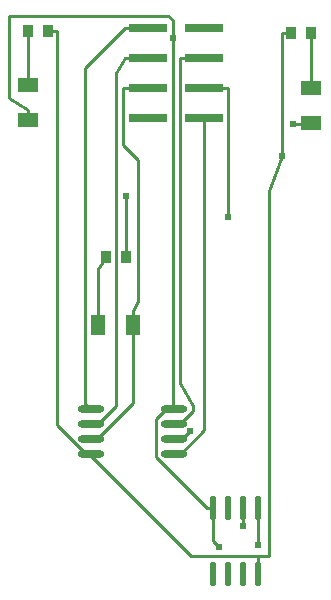
<source format=gtl>
G04 Layer: TopLayer*
G04 EasyEDA v6.5.40, 2024-02-16 10:36:59*
G04 cbf7a00361bd432e9e78a992b2a5909c,d07ef30ec77949ce8e11233ba57d236c,10*
G04 Gerber Generator version 0.2*
G04 Scale: 100 percent, Rotated: No, Reflected: No *
G04 Dimensions in millimeters *
G04 leading zeros omitted , absolute positions ,4 integer and 5 decimal *
%FSLAX45Y45*%
%MOMM*%

%AMMACRO1*21,1,$1,$2,0,0,$3*%
%ADD10C,0.2540*%
%ADD11R,0.8999X1.0000*%
%ADD12O,0.58801X2.0450048*%
%ADD13O,2.2500082X0.6299962*%
%ADD14R,3.2000X0.8000*%
%ADD15MACRO1,1.701X1.2075X0.0000*%
%ADD16R,1.7010X1.2075*%
%ADD17MACRO1,1.701X1.2075X90.0000*%
%ADD18C,0.6100*%

%LPD*%
D10*
X1595628Y2718815D02*
G01*
X1638300Y2806700D01*
X1634236Y4003039D01*
X1511300Y4125976D01*
X1511300Y4610100D01*
X1525523Y4610100D01*
X2400300Y4610100D02*
G01*
X2400300Y4595837D01*
X2400300Y3517900D01*
X2197100Y4610100D02*
G01*
X2400300Y4610100D01*
X2654300Y1051930D02*
G01*
X2654300Y736600D01*
X699996Y4335211D02*
G01*
X699996Y4425838D01*
X1935401Y1892289D02*
G01*
X1870428Y1892289D01*
X1783737Y1805599D01*
X1783737Y1488861D01*
X2220668Y1051930D01*
X2273297Y1051930D01*
X1940506Y1892289D02*
G01*
X1935401Y1892289D01*
X1935398Y1892287D02*
G01*
X1930400Y1897286D01*
X1930400Y5029200D01*
X2273297Y1051930D02*
G01*
X2273297Y773242D01*
X2322802Y723737D01*
X3102000Y4309808D02*
G01*
X3097491Y4305300D01*
X2946400Y4305300D01*
X2527300Y1051930D02*
G01*
X2527300Y901700D01*
X2857243Y5075392D02*
G01*
X2856329Y5074478D01*
X2856329Y4031935D01*
X2932478Y5075392D02*
G01*
X2857243Y5075392D01*
X870379Y5088600D02*
G01*
X945639Y5088600D01*
X945639Y5088600D02*
G01*
X945639Y1757644D01*
X1191994Y1511289D01*
X1234488Y1511289D01*
X1940506Y1638289D02*
G01*
X2011067Y1638289D01*
X2074440Y1701662D01*
X1715818Y4610089D02*
G01*
X1525546Y4610089D01*
X1595676Y2603489D02*
G01*
X1595676Y2718780D01*
X1595676Y2545857D02*
G01*
X1595676Y2603489D01*
X1595676Y2545857D02*
G01*
X1595676Y2488199D01*
X1234488Y1638289D02*
G01*
X1288463Y1638289D01*
X1595676Y1945502D01*
X1595676Y2488199D01*
X2195802Y4356089D02*
G01*
X2195802Y1711111D01*
X1995980Y1511289D01*
X1940506Y1511289D01*
X3101997Y4605568D02*
G01*
X3101997Y4696195D01*
X3101997Y4696195D02*
G01*
X3102480Y4696678D01*
X3102480Y5075392D01*
X699996Y4630968D02*
G01*
X699996Y4721595D01*
X699996Y4721595D02*
G01*
X700377Y4721976D01*
X700377Y5088600D01*
X1715818Y5118089D02*
G01*
X1525546Y5118089D01*
X1234488Y1892289D02*
G01*
X1188869Y1937908D01*
X1188869Y4781412D01*
X1525546Y5118089D01*
X2654300Y508000D02*
G01*
X2654300Y545845D01*
X2654300Y647700D01*
X2856329Y4031935D02*
G01*
X2743200Y3733800D01*
X2743200Y647700D01*
X2565400Y647700D01*
X2565400Y647700D02*
G01*
X2082800Y647700D01*
X1234439Y1496060D01*
X1234439Y1511300D01*
X700026Y4425950D02*
G01*
X546100Y4521200D01*
X546100Y5092700D01*
X546100Y5219700D01*
X1892300Y5219700D01*
X1930400Y5181600D01*
X1930400Y5029200D01*
X2195802Y4864089D02*
G01*
X2005556Y4864089D01*
X2005584Y4864100D02*
G01*
X1993900Y4864100D01*
X1993900Y2108200D01*
X2096770Y1920494D01*
X2096770Y1873504D01*
X1988565Y1765300D01*
X1940559Y1765300D01*
X1715818Y4864089D02*
G01*
X1525546Y4864089D01*
X1234439Y1765300D02*
G01*
X1292352Y1765300D01*
X1447800Y1920747D01*
X1447800Y4737100D01*
X1525523Y4864100D01*
X1532788Y3175000D02*
G01*
X1536700Y3264042D01*
X1536700Y3695700D01*
X1299971Y2603500D02*
G01*
X1295400Y3073400D01*
X1362710Y3175000D01*
D11*
G01*
X2932480Y5075402D03*
G01*
X3102483Y5075402D03*
G01*
X1532788Y3175000D03*
G01*
X1362786Y3175000D03*
G01*
X870381Y5088610D03*
G01*
X700379Y5088610D03*
D12*
G01*
X2273300Y497459D03*
G01*
X2400300Y497459D03*
G01*
X2527300Y497459D03*
G01*
X2654300Y497459D03*
G01*
X2273300Y1051940D03*
G01*
X2400300Y1051940D03*
G01*
X2527300Y1051940D03*
G01*
X2654300Y1051940D03*
D13*
G01*
X1234490Y1892300D03*
G01*
X1234490Y1765300D03*
G01*
X1234490Y1638300D03*
G01*
X1234490Y1511300D03*
G01*
X1940509Y1892300D03*
G01*
X1940509Y1765300D03*
G01*
X1940509Y1638300D03*
G01*
X1940509Y1511300D03*
D14*
G01*
X2195804Y4356100D03*
G01*
X1715820Y4356100D03*
G01*
X2195804Y4610100D03*
G01*
X1715820Y4610100D03*
G01*
X2195804Y4864100D03*
G01*
X1715820Y4864100D03*
G01*
X2195804Y5118100D03*
G01*
X1715820Y5118100D03*
D15*
G01*
X3101995Y4309823D03*
D16*
G01*
X3102000Y4605578D03*
D17*
G01*
X1595676Y2603500D03*
G01*
X1299923Y2603500D03*
D15*
G01*
X699998Y4630976D03*
D16*
G01*
X699998Y4335221D03*
D18*
G01*
X2654300Y736600D03*
G01*
X1930400Y5029200D03*
G01*
X2322804Y723747D03*
G01*
X2946400Y4305300D03*
G01*
X2527300Y901700D03*
G01*
X1536700Y3695700D03*
G01*
X2856331Y4031945D03*
G01*
X2074443Y1701672D03*
G01*
X2400300Y3517900D03*
M02*

</source>
